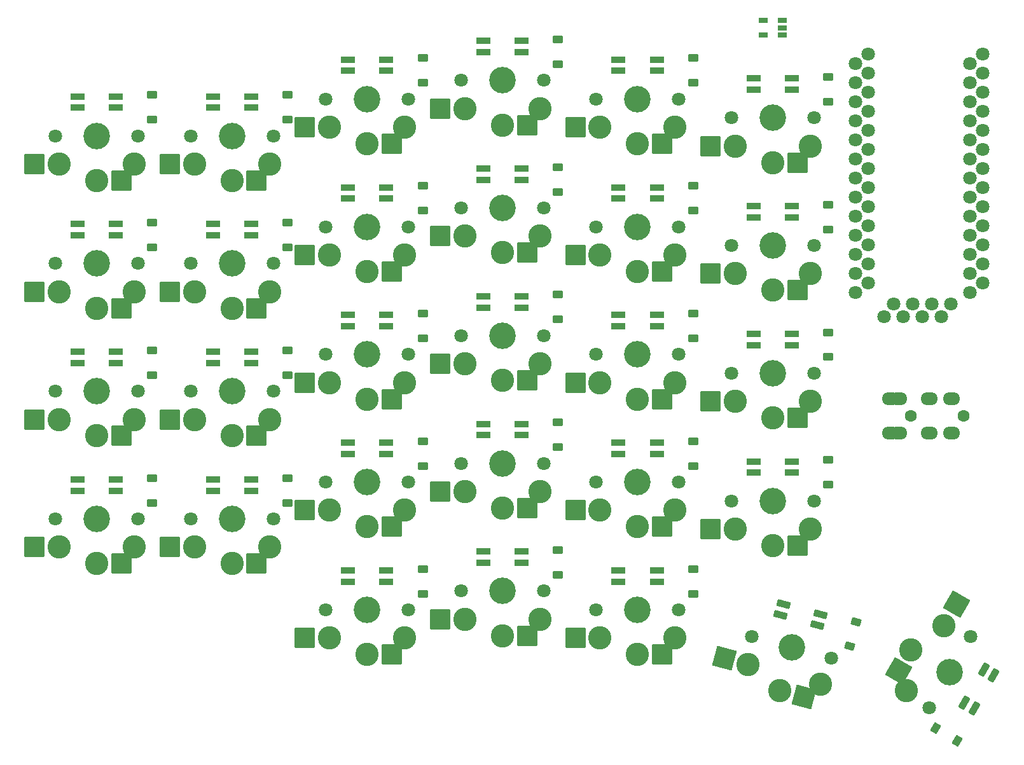
<source format=gbr>
%TF.GenerationSoftware,KiCad,Pcbnew,7.0.7*%
%TF.CreationDate,2023-10-16T17:22:34-07:00*%
%TF.ProjectId,main_pcb,6d61696e-5f70-4636-922e-6b696361645f,v1.0.0*%
%TF.SameCoordinates,Original*%
%TF.FileFunction,Soldermask,Bot*%
%TF.FilePolarity,Negative*%
%FSLAX46Y46*%
G04 Gerber Fmt 4.6, Leading zero omitted, Abs format (unit mm)*
G04 Created by KiCad (PCBNEW 7.0.7) date 2023-10-16 17:22:34*
%MOMM*%
%LPD*%
G01*
G04 APERTURE LIST*
G04 Aperture macros list*
%AMRoundRect*
0 Rectangle with rounded corners*
0 $1 Rounding radius*
0 $2 $3 $4 $5 $6 $7 $8 $9 X,Y pos of 4 corners*
0 Add a 4 corners polygon primitive as box body*
4,1,4,$2,$3,$4,$5,$6,$7,$8,$9,$2,$3,0*
0 Add four circle primitives for the rounded corners*
1,1,$1+$1,$2,$3*
1,1,$1+$1,$4,$5*
1,1,$1+$1,$6,$7*
1,1,$1+$1,$8,$9*
0 Add four rect primitives between the rounded corners*
20,1,$1+$1,$2,$3,$4,$5,0*
20,1,$1+$1,$4,$5,$6,$7,0*
20,1,$1+$1,$6,$7,$8,$9,0*
20,1,$1+$1,$8,$9,$2,$3,0*%
G04 Aperture macros list end*
%ADD10RoundRect,0.050000X-0.850000X-0.410000X0.850000X-0.410000X0.850000X0.410000X-0.850000X0.410000X0*%
%ADD11RoundRect,0.050000X-0.927153X-0.176033X0.714921X-0.616026X0.927153X0.176033X-0.714921X0.616026X0*%
%ADD12C,1.801800*%
%ADD13C,3.100000*%
%ADD14C,3.529000*%
%ADD15RoundRect,0.050000X1.300000X1.300000X-1.300000X1.300000X-1.300000X-1.300000X1.300000X-1.300000X0*%
%ADD16RoundRect,0.050000X0.069930X0.941122X-0.780070X-0.531122X-0.069930X-0.941122X0.780070X0.531122X0*%
%ADD17C,1.600000*%
%ADD18O,2.300000X1.700000*%
%ADD19C,1.800000*%
%ADD20RoundRect,0.050000X1.592168X0.919239X-0.919239X1.592168X-1.592168X-0.919239X0.919239X-1.592168X0*%
%ADD21RoundRect,0.050000X0.550000X0.300000X-0.550000X0.300000X-0.550000X-0.300000X0.550000X-0.300000X0*%
%ADD22RoundRect,0.050000X0.475833X-1.775833X1.775833X0.475833X-0.475833X1.775833X-1.775833X-0.475833X0*%
%ADD23RoundRect,0.050000X-0.600000X0.450000X-0.600000X-0.450000X0.600000X-0.450000X0.600000X0.450000X0*%
%ADD24RoundRect,0.050000X0.689711X0.294615X-0.089711X0.744615X-0.689711X-0.294615X0.089711X-0.744615X0*%
%ADD25RoundRect,0.050000X-0.463087X0.589958X-0.696024X-0.279375X0.463087X-0.589958X0.696024X0.279375X0*%
G04 APERTURE END LIST*
D10*
%TO.C,_23*%
X224549988Y-121850000D03*
X219449988Y-123350000D03*
X224549988Y-123350000D03*
X219449988Y-121850000D03*
%TD*%
%TO.C,_17*%
X206549988Y-136350000D03*
X201449988Y-137850000D03*
X206549988Y-137850000D03*
X201449988Y-136350000D03*
%TD*%
D11*
%TO.C,_28*%
X246321899Y-195688878D03*
X241007449Y-195817790D03*
X245933671Y-197137767D03*
X241395677Y-194368901D03*
%TD*%
D10*
%TO.C,_25*%
X242549988Y-158350000D03*
X237449988Y-159850000D03*
X242549988Y-159850000D03*
X237449988Y-158350000D03*
%TD*%
%TO.C,_21*%
X224549988Y-155850000D03*
X219449988Y-157350000D03*
X224549988Y-157350000D03*
X219449988Y-155850000D03*
%TD*%
D12*
%TO.C,S20*%
X227499988Y-178100000D03*
D13*
X226999988Y-181850000D03*
X221999988Y-184050000D03*
X221999988Y-184050000D03*
D14*
X221999988Y-178100000D03*
D13*
X216999988Y-181850000D03*
D12*
X216499988Y-178100000D03*
D15*
X225274988Y-184050000D03*
X213724988Y-181850000D03*
%TD*%
D12*
%TO.C,S27*%
X245499988Y-129600000D03*
D13*
X244999988Y-133350000D03*
X239999988Y-135550000D03*
X239999988Y-135550000D03*
D14*
X239999988Y-129600000D03*
D13*
X234999988Y-133350000D03*
D12*
X234499988Y-129600000D03*
D15*
X243274988Y-135550000D03*
X231724988Y-133350000D03*
%TD*%
D10*
%TO.C,_4*%
X152549988Y-126750000D03*
X147449988Y-128250000D03*
X152549988Y-128250000D03*
X147449988Y-126750000D03*
%TD*%
%TO.C,_19*%
X224549988Y-189850000D03*
X219449988Y-191350000D03*
X224549988Y-191350000D03*
X219449988Y-189850000D03*
%TD*%
%TO.C,_5*%
X170549988Y-177750000D03*
X165449988Y-179250000D03*
X170549988Y-179250000D03*
X165449988Y-177750000D03*
%TD*%
D12*
%TO.C,S15*%
X209499988Y-175600000D03*
D13*
X208999988Y-179350000D03*
X203999988Y-181550000D03*
X203999988Y-181550000D03*
D14*
X203999988Y-175600000D03*
D13*
X198999988Y-179350000D03*
D12*
X198499988Y-175600000D03*
D15*
X207274988Y-181550000D03*
X195724988Y-179350000D03*
%TD*%
D12*
%TO.C,S5*%
X173499988Y-183000000D03*
D13*
X172999988Y-186750000D03*
X167999988Y-188950000D03*
X167999988Y-188950000D03*
D14*
X167999988Y-183000000D03*
D13*
X162999988Y-186750000D03*
D12*
X162499988Y-183000000D03*
D15*
X171274988Y-188950000D03*
X159724988Y-186750000D03*
%TD*%
D12*
%TO.C,S11*%
X191499988Y-161100000D03*
D13*
X190999988Y-164850000D03*
X185999988Y-167050000D03*
X185999988Y-167050000D03*
D14*
X185999988Y-161100000D03*
D13*
X180999988Y-164850000D03*
D12*
X180499988Y-161100000D03*
D15*
X189274988Y-167050000D03*
X177724988Y-164850000D03*
%TD*%
D10*
%TO.C,_2*%
X152549988Y-160750000D03*
X147449988Y-162250000D03*
X152549988Y-162250000D03*
X147449988Y-160750000D03*
%TD*%
D16*
%TO.C,_29*%
X266823350Y-208244032D03*
X268074312Y-203077302D03*
X265524312Y-207494032D03*
X269373350Y-203827302D03*
%TD*%
D10*
%TO.C,_15*%
X206549988Y-170350000D03*
X201449988Y-171850000D03*
X206549988Y-171850000D03*
X201449988Y-170350000D03*
%TD*%
%TO.C,_11*%
X188549988Y-155850000D03*
X183449988Y-157350000D03*
X188549988Y-157350000D03*
X183449988Y-155850000D03*
%TD*%
D12*
%TO.C,S9*%
X191499988Y-195100000D03*
D13*
X190999988Y-198850000D03*
X185999988Y-201050000D03*
X185999988Y-201050000D03*
D14*
X185999988Y-195100000D03*
D13*
X180999988Y-198850000D03*
D12*
X180499988Y-195100000D03*
D15*
X189274988Y-201050000D03*
X177724988Y-198850000D03*
%TD*%
D10*
%TO.C,_24*%
X242549988Y-175350000D03*
X237449988Y-176850000D03*
X242549988Y-176850000D03*
X237449988Y-175350000D03*
%TD*%
D17*
%TO.C,TRRS1*%
X265399988Y-169300000D03*
X258399988Y-169300000D03*
D18*
X255699988Y-167000000D03*
X255699988Y-171600000D03*
X256799988Y-167000000D03*
X256799988Y-171600000D03*
X260799988Y-167000000D03*
X260799988Y-171600000D03*
X263799988Y-167000000D03*
X263799988Y-171600000D03*
%TD*%
D10*
%TO.C,_10*%
X188549988Y-172850000D03*
X183449988Y-174350000D03*
X188549988Y-174350000D03*
X183449988Y-172850000D03*
%TD*%
D12*
%TO.C,S16*%
X209499988Y-158600000D03*
D13*
X208999988Y-162350000D03*
X203999988Y-164550000D03*
X203999988Y-164550000D03*
D14*
X203999988Y-158600000D03*
D13*
X198999988Y-162350000D03*
D12*
X198499988Y-158600000D03*
D15*
X207274988Y-164550000D03*
X195724988Y-162350000D03*
%TD*%
D19*
%TO.C,MCU-AX1*%
X266219988Y-127440000D03*
X250979988Y-129980000D03*
X250979988Y-132520000D03*
X250979988Y-124900000D03*
X250979988Y-127440000D03*
X250979988Y-135060000D03*
X250979988Y-137600000D03*
X250979988Y-140140000D03*
X250979988Y-142680000D03*
X250979988Y-145220000D03*
X250979988Y-147760000D03*
X250979988Y-150300000D03*
X250979988Y-152840000D03*
X250979988Y-122360000D03*
X266219988Y-122360000D03*
X266219988Y-147760000D03*
X266219988Y-152840000D03*
X266219988Y-145220000D03*
X266219988Y-150300000D03*
X266219988Y-142680000D03*
X266219988Y-140140000D03*
X266219988Y-137600000D03*
X266219988Y-135060000D03*
X266219988Y-124900000D03*
X266219988Y-129980000D03*
X266219988Y-132520000D03*
%TD*%
D12*
%TO.C,S24*%
X245499988Y-180600000D03*
D13*
X244999988Y-184350000D03*
X239999988Y-186550000D03*
X239999988Y-186550000D03*
D14*
X239999988Y-180600000D03*
D13*
X234999988Y-184350000D03*
D12*
X234499988Y-180600000D03*
D15*
X243274988Y-186550000D03*
X231724988Y-184350000D03*
%TD*%
D12*
%TO.C,S6*%
X173499988Y-166000000D03*
D13*
X172999988Y-169750000D03*
X167999988Y-171950000D03*
X167999988Y-171950000D03*
D14*
X167999988Y-166000000D03*
D13*
X162999988Y-169750000D03*
D12*
X162499988Y-166000000D03*
D15*
X171274988Y-171950000D03*
X159724988Y-169750000D03*
%TD*%
D12*
%TO.C,S8*%
X173499988Y-132000000D03*
D13*
X172999988Y-135750000D03*
X167999988Y-137950000D03*
X167999988Y-137950000D03*
D14*
X167999988Y-132000000D03*
D13*
X162999988Y-135750000D03*
D12*
X162499988Y-132000000D03*
D15*
X171274988Y-137950000D03*
X159724988Y-135750000D03*
%TD*%
D10*
%TO.C,_9*%
X188549988Y-189850000D03*
X183449988Y-191350000D03*
X188549988Y-191350000D03*
X183449988Y-189850000D03*
%TD*%
%TO.C,_14*%
X206549988Y-187350000D03*
X201449988Y-188850000D03*
X206549988Y-188850000D03*
X201449988Y-187350000D03*
%TD*%
D12*
%TO.C,S1*%
X155499988Y-183000000D03*
D13*
X154999988Y-186750000D03*
X149999988Y-188950000D03*
X149999988Y-188950000D03*
D14*
X149999988Y-183000000D03*
D13*
X144999988Y-186750000D03*
D12*
X144499988Y-183000000D03*
D15*
X153274988Y-188950000D03*
X141724988Y-186750000D03*
%TD*%
D12*
%TO.C,S10*%
X191499988Y-178100000D03*
D13*
X190999988Y-181850000D03*
X185999988Y-184050000D03*
X185999988Y-184050000D03*
D14*
X185999988Y-178100000D03*
D13*
X180999988Y-181850000D03*
D12*
X180499988Y-178100000D03*
D15*
X189274988Y-184050000D03*
X177724988Y-181850000D03*
%TD*%
D10*
%TO.C,_20*%
X224549988Y-172850000D03*
X219449988Y-174350000D03*
X224549988Y-174350000D03*
X219449988Y-172850000D03*
%TD*%
%TO.C,_27*%
X242549988Y-124350000D03*
X237449988Y-125850000D03*
X242549988Y-125850000D03*
X237449988Y-124350000D03*
%TD*%
%TO.C,_12*%
X188549988Y-138850000D03*
X183449988Y-140350000D03*
X188549988Y-140350000D03*
X183449988Y-138850000D03*
%TD*%
%TO.C,_18*%
X206549988Y-119350000D03*
X201449988Y-120850000D03*
X206549988Y-120850000D03*
X201449988Y-119350000D03*
%TD*%
D12*
%TO.C,S13*%
X191499988Y-127100000D03*
D13*
X190999988Y-130850000D03*
X185999988Y-133050000D03*
X185999988Y-133050000D03*
D14*
X185999988Y-127100000D03*
D13*
X180999988Y-130850000D03*
D12*
X180499988Y-127100000D03*
D15*
X189274988Y-133050000D03*
X177724988Y-130850000D03*
%TD*%
D12*
%TO.C,S12*%
X191499988Y-144100000D03*
D13*
X190999988Y-147850000D03*
X185999988Y-150050000D03*
X185999988Y-150050000D03*
D14*
X185999988Y-144100000D03*
D13*
X180999988Y-147850000D03*
D12*
X180499988Y-144100000D03*
D15*
X189274988Y-150050000D03*
X177724988Y-147850000D03*
%TD*%
D12*
%TO.C,S28*%
X247812580Y-201523505D03*
D13*
X246359046Y-205016317D03*
X240960015Y-205847259D03*
X240960015Y-205847259D03*
D14*
X242499988Y-200100000D03*
D13*
X236699787Y-202428127D03*
D12*
X237187396Y-198676495D03*
D20*
X244123422Y-206694891D03*
X233536380Y-201580494D03*
%TD*%
D12*
%TO.C,S4*%
X155499988Y-132000000D03*
D13*
X154999988Y-135750000D03*
X149999988Y-137950000D03*
X149999988Y-137950000D03*
D14*
X149999988Y-132000000D03*
D13*
X144999988Y-135750000D03*
D12*
X144499988Y-132000000D03*
D15*
X153274988Y-137950000D03*
X141724988Y-135750000D03*
%TD*%
D21*
%TO.C,_30*%
X241299988Y-117600000D03*
X238699988Y-116650000D03*
X241299988Y-118550000D03*
X241299988Y-116650000D03*
X238699988Y-118550000D03*
%TD*%
D12*
%TO.C,S17*%
X209499988Y-141600000D03*
D13*
X208999988Y-145350000D03*
X203999988Y-147550000D03*
X203999988Y-147550000D03*
D14*
X203999988Y-141600000D03*
D13*
X198999988Y-145350000D03*
D12*
X198499988Y-141600000D03*
D15*
X207274988Y-147550000D03*
X195724988Y-145350000D03*
%TD*%
D10*
%TO.C,_16*%
X206549988Y-153350000D03*
X201449988Y-154850000D03*
X206549988Y-154850000D03*
X201449988Y-153350000D03*
%TD*%
D12*
%TO.C,S19*%
X227499988Y-195100000D03*
D13*
X226999988Y-198850000D03*
X221999988Y-201050000D03*
X221999988Y-201050000D03*
D14*
X221999988Y-195100000D03*
D13*
X216999988Y-198850000D03*
D12*
X216499988Y-195100000D03*
D15*
X225274988Y-201050000D03*
X213724988Y-198850000D03*
%TD*%
D12*
%TO.C,S22*%
X227499988Y-144100000D03*
D13*
X226999988Y-147850000D03*
X221999988Y-150050000D03*
X221999988Y-150050000D03*
D14*
X221999988Y-144100000D03*
D13*
X216999988Y-147850000D03*
D12*
X216499988Y-144100000D03*
D15*
X225274988Y-150050000D03*
X213724988Y-147850000D03*
%TD*%
D10*
%TO.C,_1*%
X152549988Y-177750000D03*
X147449988Y-179250000D03*
X152549988Y-179250000D03*
X147449988Y-177750000D03*
%TD*%
D12*
%TO.C,S7*%
X173499988Y-149000000D03*
D13*
X172999988Y-152750000D03*
X167999988Y-154950000D03*
X167999988Y-154950000D03*
D14*
X167999988Y-149000000D03*
D13*
X162999988Y-152750000D03*
D12*
X162499988Y-149000000D03*
D15*
X171274988Y-154950000D03*
X159724988Y-152750000D03*
%TD*%
D12*
%TO.C,S25*%
X245499988Y-163600000D03*
D13*
X244999988Y-167350000D03*
X239999988Y-169550000D03*
X239999988Y-169550000D03*
D14*
X239999988Y-163600000D03*
D13*
X234999988Y-167350000D03*
D12*
X234499988Y-163600000D03*
D15*
X243274988Y-169550000D03*
X231724988Y-167350000D03*
%TD*%
D10*
%TO.C,_6*%
X170549988Y-160750000D03*
X165449988Y-162250000D03*
X170549988Y-162250000D03*
X165449988Y-160750000D03*
%TD*%
%TO.C,_8*%
X170549988Y-126750000D03*
X165449988Y-128250000D03*
X170549988Y-128250000D03*
X165449988Y-126750000D03*
%TD*%
%TO.C,_13*%
X188549988Y-121850000D03*
X183449988Y-123350000D03*
X188549988Y-123350000D03*
X183449988Y-121850000D03*
%TD*%
%TO.C,_22*%
X224549988Y-138850000D03*
X219449988Y-140350000D03*
X224549988Y-140350000D03*
X219449988Y-138850000D03*
%TD*%
D12*
%TO.C,S21*%
X227499988Y-161100000D03*
D13*
X226999988Y-164850000D03*
X221999988Y-167050000D03*
X221999988Y-167050000D03*
D14*
X221999988Y-161100000D03*
D13*
X216999988Y-164850000D03*
D12*
X216499988Y-161100000D03*
D15*
X225274988Y-167050000D03*
X213724988Y-164850000D03*
%TD*%
D12*
%TO.C,S2*%
X155499988Y-166000000D03*
D13*
X154999988Y-169750000D03*
X149999988Y-171950000D03*
X149999988Y-171950000D03*
D14*
X149999988Y-166000000D03*
D13*
X144999988Y-169750000D03*
D12*
X144499988Y-166000000D03*
D15*
X153274988Y-171950000D03*
X141724988Y-169750000D03*
%TD*%
D19*
%TO.C,OLED1*%
X262409988Y-156100000D03*
X257329988Y-156100000D03*
X254789988Y-156100000D03*
X259869988Y-156100000D03*
%TD*%
D10*
%TO.C,_7*%
X170549988Y-143750000D03*
X165449988Y-145250000D03*
X170549988Y-145250000D03*
X165449988Y-143750000D03*
%TD*%
%TO.C,_3*%
X152549988Y-143750000D03*
X147449988Y-145250000D03*
X152549988Y-145250000D03*
X147449988Y-143750000D03*
%TD*%
D12*
%TO.C,S18*%
X209499988Y-124600000D03*
D13*
X208999988Y-128350000D03*
X203999988Y-130550000D03*
X203999988Y-130550000D03*
D14*
X203999988Y-124600000D03*
D13*
X198999988Y-128350000D03*
D12*
X198499988Y-124600000D03*
D15*
X207274988Y-130550000D03*
X195724988Y-128350000D03*
%TD*%
D10*
%TO.C,_26*%
X242549988Y-141350000D03*
X237449988Y-142850000D03*
X242549988Y-142850000D03*
X237449988Y-141350000D03*
%TD*%
D12*
%TO.C,S3*%
X155499988Y-149000000D03*
D13*
X154999988Y-152750000D03*
X149999988Y-154950000D03*
X149999988Y-154950000D03*
D14*
X149999988Y-149000000D03*
D13*
X144999988Y-152750000D03*
D12*
X144499988Y-149000000D03*
D15*
X153274988Y-154950000D03*
X141724988Y-152750000D03*
%TD*%
D12*
%TO.C,S26*%
X245499988Y-146600000D03*
D13*
X244999988Y-150350000D03*
X239999988Y-152550000D03*
X239999988Y-152550000D03*
D14*
X239999988Y-146600000D03*
D13*
X234999988Y-150350000D03*
D12*
X234499988Y-146600000D03*
D15*
X243274988Y-152550000D03*
X231724988Y-150350000D03*
%TD*%
D12*
%TO.C,S14*%
X209499988Y-192600000D03*
D13*
X208999988Y-196350000D03*
X203999988Y-198550000D03*
X203999988Y-198550000D03*
D14*
X203999988Y-192600000D03*
D13*
X198999988Y-196350000D03*
D12*
X198499988Y-192600000D03*
D15*
X207274988Y-198550000D03*
X195724988Y-196350000D03*
%TD*%
D12*
%TO.C,S29*%
X260801716Y-208173807D03*
D13*
X257804121Y-205865794D03*
X258398865Y-200435667D03*
X258398865Y-200435667D03*
D14*
X263551716Y-203410667D03*
D13*
X262804121Y-197205540D03*
D12*
X266301716Y-198647527D03*
D22*
X256761365Y-203271900D03*
X264441621Y-194369307D03*
%TD*%
D12*
%TO.C,S23*%
X227499988Y-127100000D03*
D13*
X226999988Y-130850000D03*
X221999988Y-133050000D03*
X221999988Y-133050000D03*
D14*
X221999988Y-127100000D03*
D13*
X216999988Y-130850000D03*
D12*
X216499988Y-127100000D03*
D15*
X225274988Y-133050000D03*
X213724988Y-130850000D03*
%TD*%
D23*
%TO.C,D12*%
X193399988Y-141950000D03*
X193399988Y-138650000D03*
%TD*%
%TO.C,D13*%
X193399988Y-124950000D03*
X193399988Y-121650000D03*
%TD*%
D19*
%TO.C,OLED2*%
X256059988Y-154420000D03*
X261139988Y-154420000D03*
X263679988Y-154420000D03*
X258599988Y-154420000D03*
%TD*%
D23*
%TO.C,D24*%
X247399988Y-178450000D03*
X247399988Y-175150000D03*
%TD*%
%TO.C,D3*%
X157399988Y-146850000D03*
X157399988Y-143550000D03*
%TD*%
%TO.C,D20*%
X229399988Y-175950000D03*
X229399988Y-172650000D03*
%TD*%
%TO.C,D2*%
X157399988Y-163850000D03*
X157399988Y-160550000D03*
%TD*%
%TO.C,D10*%
X193399988Y-175950000D03*
X193399988Y-172650000D03*
%TD*%
%TO.C,D11*%
X193399988Y-158950000D03*
X193399988Y-155650000D03*
%TD*%
%TO.C,D4*%
X157399988Y-129850000D03*
X157399988Y-126550000D03*
%TD*%
%TO.C,D14*%
X211399988Y-190450000D03*
X211399988Y-187150000D03*
%TD*%
%TO.C,D18*%
X211399988Y-122450000D03*
X211399988Y-119150000D03*
%TD*%
%TO.C,D25*%
X247399988Y-161450000D03*
X247399988Y-158150000D03*
%TD*%
%TO.C,D7*%
X175399988Y-146850000D03*
X175399988Y-143550000D03*
%TD*%
%TO.C,D22*%
X229399988Y-141950000D03*
X229399988Y-138650000D03*
%TD*%
%TO.C,D5*%
X175399988Y-180850000D03*
X175399988Y-177550000D03*
%TD*%
%TO.C,D26*%
X247399988Y-144450000D03*
X247399988Y-141150000D03*
%TD*%
%TO.C,D15*%
X211399988Y-173450000D03*
X211399988Y-170150000D03*
%TD*%
%TO.C,D8*%
X175399988Y-129850000D03*
X175399988Y-126550000D03*
%TD*%
%TO.C,D1*%
X157399988Y-180850000D03*
X157399988Y-177550000D03*
%TD*%
%TO.C,D9*%
X193399988Y-192950000D03*
X193399988Y-189650000D03*
%TD*%
D24*
%TO.C,D29*%
X261713671Y-210894255D03*
X264571555Y-212544255D03*
%TD*%
D23*
%TO.C,D23*%
X229399988Y-124950000D03*
X229399988Y-121650000D03*
%TD*%
%TO.C,D6*%
X175399988Y-163850000D03*
X175399988Y-160550000D03*
%TD*%
D19*
%TO.C,MCU-AX2*%
X252659988Y-126170000D03*
X267899988Y-128710000D03*
X267899988Y-131250000D03*
X267899988Y-123630000D03*
X267899988Y-126170000D03*
X267899988Y-133790000D03*
X267899988Y-136330000D03*
X267899988Y-138870000D03*
X267899988Y-141410000D03*
X267899988Y-143950000D03*
X267899988Y-146490000D03*
X267899988Y-149030000D03*
X267899988Y-151570000D03*
X267899988Y-121090000D03*
X252659988Y-121090000D03*
X252659988Y-146490000D03*
X252659988Y-151570000D03*
X252659988Y-143950000D03*
X252659988Y-149030000D03*
X252659988Y-141410000D03*
X252659988Y-138870000D03*
X252659988Y-136330000D03*
X252659988Y-133790000D03*
X252659988Y-123630000D03*
X252659988Y-128710000D03*
X252659988Y-131250000D03*
%TD*%
D23*
%TO.C,D16*%
X211399988Y-156450000D03*
X211399988Y-153150000D03*
%TD*%
%TO.C,D17*%
X211399988Y-139450000D03*
X211399988Y-136150000D03*
%TD*%
%TO.C,D21*%
X229399988Y-158950000D03*
X229399988Y-155650000D03*
%TD*%
%TO.C,D19*%
X229399988Y-192950000D03*
X229399988Y-189650000D03*
%TD*%
%TO.C,D27*%
X247399988Y-127450000D03*
X247399988Y-124150000D03*
%TD*%
D25*
%TO.C,D28*%
X250204301Y-199938521D03*
X251058403Y-196750965D03*
%TD*%
M02*

</source>
